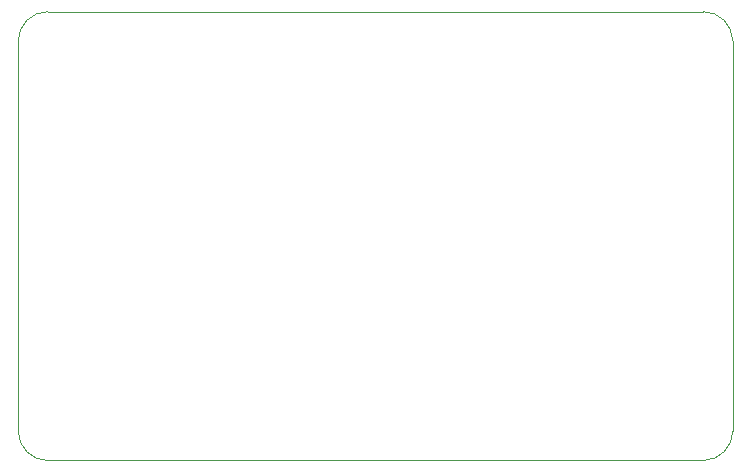
<source format=gbr>
%TF.GenerationSoftware,KiCad,Pcbnew,(6.0.2)*%
%TF.CreationDate,2022-05-23T20:35:18+03:00*%
%TF.ProjectId,The_Qi_wireless_charger_tx,5468655f-5169-45f7-9769-72656c657373,Rev 2*%
%TF.SameCoordinates,Original*%
%TF.FileFunction,Profile,NP*%
%FSLAX46Y46*%
G04 Gerber Fmt 4.6, Leading zero omitted, Abs format (unit mm)*
G04 Created by KiCad (PCBNEW (6.0.2)) date 2022-05-23 20:35:18*
%MOMM*%
%LPD*%
G01*
G04 APERTURE LIST*
%TA.AperFunction,Profile*%
%ADD10C,0.050000*%
%TD*%
G04 APERTURE END LIST*
D10*
X23400000Y-124267767D02*
X23400000Y-124200000D01*
X81400000Y-159700000D02*
X25900000Y-159700000D01*
X25900000Y-121700000D02*
X81400000Y-121700000D01*
X83900000Y-157200000D02*
X83900000Y-124200000D01*
X83900000Y-124200000D02*
G75*
G03*
X81400000Y-121700000I-2500000J0D01*
G01*
X81400000Y-159700000D02*
G75*
G03*
X83900000Y-157200000I0J2500000D01*
G01*
X23400000Y-157200000D02*
X23400000Y-124267767D01*
X23400000Y-157200000D02*
G75*
G03*
X25900000Y-159700000I2500000J0D01*
G01*
X25900000Y-121700000D02*
G75*
G03*
X23400000Y-124200000I0J-2500000D01*
G01*
M02*

</source>
